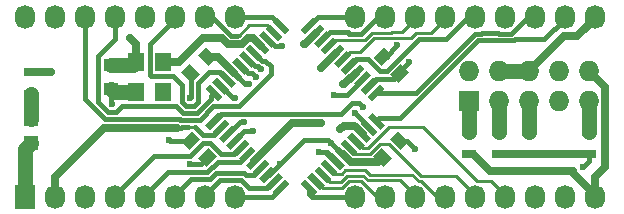
<source format=gtl>
G04 #@! TF.FileFunction,Copper,L1,Top,Signal*
%FSLAX46Y46*%
G04 Gerber Fmt 4.6, Leading zero omitted, Abs format (unit mm)*
G04 Created by KiCad (PCBNEW (2015-08-16 BZR 6097, Git b384c94)-product) date 11/17/2015 9:28:50 PM*
%MOMM*%
G01*
G04 APERTURE LIST*
%ADD10C,0.100000*%
%ADD11R,1.727200X1.727200*%
%ADD12O,1.727200X1.727200*%
%ADD13R,1.400000X1.600000*%
%ADD14R,1.250000X1.000000*%
%ADD15R,1.300000X0.700000*%
%ADD16R,1.198880X1.198880*%
%ADD17O,1.727200X2.032000*%
%ADD18R,1.727200X2.032000*%
%ADD19C,0.600000*%
%ADD20C,0.381000*%
%ADD21C,0.635000*%
%ADD22C,1.270000*%
%ADD23C,0.254000*%
G04 APERTURE END LIST*
D10*
D11*
X149352000Y-87884000D03*
D12*
X149352000Y-85344000D03*
X151892000Y-87884000D03*
X151892000Y-85344000D03*
X154432000Y-87884000D03*
X154432000Y-85344000D03*
X156972000Y-87884000D03*
X156972000Y-85344000D03*
X159512000Y-87884000D03*
X159512000Y-85344000D03*
D13*
X123424000Y-87102000D03*
X121174000Y-87102000D03*
X123424000Y-84602000D03*
X121174000Y-84602000D03*
D10*
G36*
X127425188Y-90318866D02*
X127036280Y-89929958D01*
X128096940Y-88869298D01*
X128485848Y-89258206D01*
X127425188Y-90318866D01*
X127425188Y-90318866D01*
G37*
G36*
X127990874Y-90884551D02*
X127601966Y-90495643D01*
X128662626Y-89434983D01*
X129051534Y-89823891D01*
X127990874Y-90884551D01*
X127990874Y-90884551D01*
G37*
G36*
X128556559Y-91450236D02*
X128167651Y-91061328D01*
X129228311Y-90000668D01*
X129617219Y-90389576D01*
X128556559Y-91450236D01*
X128556559Y-91450236D01*
G37*
G36*
X129122244Y-92015922D02*
X128733336Y-91627014D01*
X129793996Y-90566354D01*
X130182904Y-90955262D01*
X129122244Y-92015922D01*
X129122244Y-92015922D01*
G37*
G36*
X129687930Y-92581607D02*
X129299022Y-92192699D01*
X130359682Y-91132039D01*
X130748590Y-91520947D01*
X129687930Y-92581607D01*
X129687930Y-92581607D01*
G37*
G36*
X130253615Y-93147293D02*
X129864707Y-92758385D01*
X130925367Y-91697725D01*
X131314275Y-92086633D01*
X130253615Y-93147293D01*
X130253615Y-93147293D01*
G37*
G36*
X130819301Y-93712978D02*
X130430393Y-93324070D01*
X131491053Y-92263410D01*
X131879961Y-92652318D01*
X130819301Y-93712978D01*
X130819301Y-93712978D01*
G37*
G36*
X131384986Y-94278664D02*
X130996078Y-93889756D01*
X132056738Y-92829096D01*
X132445646Y-93218004D01*
X131384986Y-94278664D01*
X131384986Y-94278664D01*
G37*
G36*
X131950672Y-94844349D02*
X131561764Y-94455441D01*
X132622424Y-93394781D01*
X133011332Y-93783689D01*
X131950672Y-94844349D01*
X131950672Y-94844349D01*
G37*
G36*
X132516357Y-95410034D02*
X132127449Y-95021126D01*
X133188109Y-93960466D01*
X133577017Y-94349374D01*
X132516357Y-95410034D01*
X132516357Y-95410034D01*
G37*
G36*
X133082042Y-95975720D02*
X132693134Y-95586812D01*
X133753794Y-94526152D01*
X134142702Y-94915060D01*
X133082042Y-95975720D01*
X133082042Y-95975720D01*
G37*
G36*
X136546866Y-95586812D02*
X136157958Y-95975720D01*
X135097298Y-94915060D01*
X135486206Y-94526152D01*
X136546866Y-95586812D01*
X136546866Y-95586812D01*
G37*
G36*
X137112551Y-95021126D02*
X136723643Y-95410034D01*
X135662983Y-94349374D01*
X136051891Y-93960466D01*
X137112551Y-95021126D01*
X137112551Y-95021126D01*
G37*
G36*
X137678236Y-94455441D02*
X137289328Y-94844349D01*
X136228668Y-93783689D01*
X136617576Y-93394781D01*
X137678236Y-94455441D01*
X137678236Y-94455441D01*
G37*
G36*
X138243922Y-93889756D02*
X137855014Y-94278664D01*
X136794354Y-93218004D01*
X137183262Y-92829096D01*
X138243922Y-93889756D01*
X138243922Y-93889756D01*
G37*
G36*
X138809607Y-93324070D02*
X138420699Y-93712978D01*
X137360039Y-92652318D01*
X137748947Y-92263410D01*
X138809607Y-93324070D01*
X138809607Y-93324070D01*
G37*
G36*
X139375293Y-92758385D02*
X138986385Y-93147293D01*
X137925725Y-92086633D01*
X138314633Y-91697725D01*
X139375293Y-92758385D01*
X139375293Y-92758385D01*
G37*
G36*
X139940978Y-92192699D02*
X139552070Y-92581607D01*
X138491410Y-91520947D01*
X138880318Y-91132039D01*
X139940978Y-92192699D01*
X139940978Y-92192699D01*
G37*
G36*
X140506664Y-91627014D02*
X140117756Y-92015922D01*
X139057096Y-90955262D01*
X139446004Y-90566354D01*
X140506664Y-91627014D01*
X140506664Y-91627014D01*
G37*
G36*
X141072349Y-91061328D02*
X140683441Y-91450236D01*
X139622781Y-90389576D01*
X140011689Y-90000668D01*
X141072349Y-91061328D01*
X141072349Y-91061328D01*
G37*
G36*
X141638034Y-90495643D02*
X141249126Y-90884551D01*
X140188466Y-89823891D01*
X140577374Y-89434983D01*
X141638034Y-90495643D01*
X141638034Y-90495643D01*
G37*
G36*
X142203720Y-89929958D02*
X141814812Y-90318866D01*
X140754152Y-89258206D01*
X141143060Y-88869298D01*
X142203720Y-89929958D01*
X142203720Y-89929958D01*
G37*
G36*
X141143060Y-87914702D02*
X140754152Y-87525794D01*
X141814812Y-86465134D01*
X142203720Y-86854042D01*
X141143060Y-87914702D01*
X141143060Y-87914702D01*
G37*
G36*
X140577374Y-87349017D02*
X140188466Y-86960109D01*
X141249126Y-85899449D01*
X141638034Y-86288357D01*
X140577374Y-87349017D01*
X140577374Y-87349017D01*
G37*
G36*
X140011689Y-86783332D02*
X139622781Y-86394424D01*
X140683441Y-85333764D01*
X141072349Y-85722672D01*
X140011689Y-86783332D01*
X140011689Y-86783332D01*
G37*
G36*
X139446004Y-86217646D02*
X139057096Y-85828738D01*
X140117756Y-84768078D01*
X140506664Y-85156986D01*
X139446004Y-86217646D01*
X139446004Y-86217646D01*
G37*
G36*
X138880318Y-85651961D02*
X138491410Y-85263053D01*
X139552070Y-84202393D01*
X139940978Y-84591301D01*
X138880318Y-85651961D01*
X138880318Y-85651961D01*
G37*
G36*
X138314633Y-85086275D02*
X137925725Y-84697367D01*
X138986385Y-83636707D01*
X139375293Y-84025615D01*
X138314633Y-85086275D01*
X138314633Y-85086275D01*
G37*
G36*
X137748947Y-84520590D02*
X137360039Y-84131682D01*
X138420699Y-83071022D01*
X138809607Y-83459930D01*
X137748947Y-84520590D01*
X137748947Y-84520590D01*
G37*
G36*
X137183262Y-83954904D02*
X136794354Y-83565996D01*
X137855014Y-82505336D01*
X138243922Y-82894244D01*
X137183262Y-83954904D01*
X137183262Y-83954904D01*
G37*
G36*
X136617576Y-83389219D02*
X136228668Y-83000311D01*
X137289328Y-81939651D01*
X137678236Y-82328559D01*
X136617576Y-83389219D01*
X136617576Y-83389219D01*
G37*
G36*
X136051891Y-82823534D02*
X135662983Y-82434626D01*
X136723643Y-81373966D01*
X137112551Y-81762874D01*
X136051891Y-82823534D01*
X136051891Y-82823534D01*
G37*
G36*
X135486206Y-82257848D02*
X135097298Y-81868940D01*
X136157958Y-80808280D01*
X136546866Y-81197188D01*
X135486206Y-82257848D01*
X135486206Y-82257848D01*
G37*
G36*
X134142702Y-81868940D02*
X133753794Y-82257848D01*
X132693134Y-81197188D01*
X133082042Y-80808280D01*
X134142702Y-81868940D01*
X134142702Y-81868940D01*
G37*
G36*
X133577017Y-82434626D02*
X133188109Y-82823534D01*
X132127449Y-81762874D01*
X132516357Y-81373966D01*
X133577017Y-82434626D01*
X133577017Y-82434626D01*
G37*
G36*
X133011332Y-83000311D02*
X132622424Y-83389219D01*
X131561764Y-82328559D01*
X131950672Y-81939651D01*
X133011332Y-83000311D01*
X133011332Y-83000311D01*
G37*
G36*
X132445646Y-83565996D02*
X132056738Y-83954904D01*
X130996078Y-82894244D01*
X131384986Y-82505336D01*
X132445646Y-83565996D01*
X132445646Y-83565996D01*
G37*
G36*
X131879961Y-84131682D02*
X131491053Y-84520590D01*
X130430393Y-83459930D01*
X130819301Y-83071022D01*
X131879961Y-84131682D01*
X131879961Y-84131682D01*
G37*
G36*
X131314275Y-84697367D02*
X130925367Y-85086275D01*
X129864707Y-84025615D01*
X130253615Y-83636707D01*
X131314275Y-84697367D01*
X131314275Y-84697367D01*
G37*
G36*
X130748590Y-85263053D02*
X130359682Y-85651961D01*
X129299022Y-84591301D01*
X129687930Y-84202393D01*
X130748590Y-85263053D01*
X130748590Y-85263053D01*
G37*
G36*
X130182904Y-85828738D02*
X129793996Y-86217646D01*
X128733336Y-85156986D01*
X129122244Y-84768078D01*
X130182904Y-85828738D01*
X130182904Y-85828738D01*
G37*
G36*
X129617219Y-86394424D02*
X129228311Y-86783332D01*
X128167651Y-85722672D01*
X128556559Y-85333764D01*
X129617219Y-86394424D01*
X129617219Y-86394424D01*
G37*
G36*
X129051534Y-86960109D02*
X128662626Y-87349017D01*
X127601966Y-86288357D01*
X127990874Y-85899449D01*
X129051534Y-86960109D01*
X129051534Y-86960109D01*
G37*
G36*
X128485848Y-87525794D02*
X128096940Y-87914702D01*
X127036280Y-86854042D01*
X127425188Y-86465134D01*
X128485848Y-87525794D01*
X128485848Y-87525794D01*
G37*
G36*
X141245398Y-84217281D02*
X142129281Y-83333398D01*
X142836388Y-84040505D01*
X141952505Y-84924388D01*
X141245398Y-84217281D01*
X141245398Y-84217281D01*
G37*
G36*
X142659612Y-85631495D02*
X143543495Y-84747612D01*
X144250602Y-85454719D01*
X143366719Y-86338602D01*
X142659612Y-85631495D01*
X142659612Y-85631495D01*
G37*
G36*
X142129281Y-93450602D02*
X141245398Y-92566719D01*
X141952505Y-91859612D01*
X142836388Y-92743495D01*
X142129281Y-93450602D01*
X142129281Y-93450602D01*
G37*
G36*
X143543495Y-92036388D02*
X142659612Y-91152505D01*
X143366719Y-90445398D01*
X144250602Y-91329281D01*
X143543495Y-92036388D01*
X143543495Y-92036388D01*
G37*
D14*
X118999000Y-84852000D03*
X118999000Y-86852000D03*
D10*
G36*
X127994602Y-92566719D02*
X127110719Y-93450602D01*
X126403612Y-92743495D01*
X127287495Y-91859612D01*
X127994602Y-92566719D01*
X127994602Y-92566719D01*
G37*
G36*
X126580388Y-91152505D02*
X125696505Y-92036388D01*
X124989398Y-91329281D01*
X125873281Y-90445398D01*
X126580388Y-91152505D01*
X126580388Y-91152505D01*
G37*
G36*
X127110719Y-83333398D02*
X127994602Y-84217281D01*
X127287495Y-84924388D01*
X126403612Y-84040505D01*
X127110719Y-83333398D01*
X127110719Y-83333398D01*
G37*
G36*
X125696505Y-84747612D02*
X126580388Y-85631495D01*
X125873281Y-86338602D01*
X124989398Y-85454719D01*
X125696505Y-84747612D01*
X125696505Y-84747612D01*
G37*
D15*
X112268000Y-85410000D03*
X112268000Y-87310000D03*
X149352000Y-90490000D03*
X149352000Y-92390000D03*
X151892000Y-90490000D03*
X151892000Y-92390000D03*
X154432000Y-90490000D03*
X154432000Y-92390000D03*
X159512000Y-90490000D03*
X159512000Y-92390000D03*
D16*
X112268000Y-91473020D03*
X112268000Y-89374980D03*
D17*
X139700000Y-80772000D03*
X111760000Y-80772000D03*
X114300000Y-80772000D03*
X116840000Y-80772000D03*
X119380000Y-80772000D03*
X121920000Y-80772000D03*
X124460000Y-80772000D03*
X127000000Y-80772000D03*
X129540000Y-80772000D03*
X144780000Y-80772000D03*
X147320000Y-80772000D03*
X149860000Y-80772000D03*
X152400000Y-80772000D03*
X154940000Y-80772000D03*
X157480000Y-80772000D03*
X160020000Y-80772000D03*
X142240000Y-80772000D03*
X139700000Y-96012000D03*
D18*
X111760000Y-96012000D03*
D17*
X114300000Y-96012000D03*
X116840000Y-96012000D03*
X119380000Y-96012000D03*
X121920000Y-96012000D03*
X124460000Y-96012000D03*
X127000000Y-96012000D03*
X129540000Y-96012000D03*
X144780000Y-96012000D03*
X147320000Y-96012000D03*
X149860000Y-96012000D03*
X152400000Y-96012000D03*
X154940000Y-96012000D03*
X157480000Y-96012000D03*
X160020000Y-96012000D03*
X142240000Y-96012000D03*
D19*
X125730000Y-93218000D03*
X137668000Y-91440000D03*
X133350000Y-93218000D03*
X130752306Y-86417694D03*
X159004000Y-93472000D03*
X120650000Y-82550000D03*
X136779000Y-85090000D03*
X143256000Y-83185000D03*
X136652000Y-92202000D03*
X131064000Y-90424000D03*
X123952000Y-91186000D03*
X133525509Y-83272967D03*
X119126000Y-88138000D03*
X144780000Y-91948000D03*
X144272000Y-84582000D03*
X125730000Y-87630000D03*
X113919000Y-85471000D03*
X138684000Y-86487000D03*
X135382000Y-83058000D03*
X136779000Y-89789000D03*
X140353081Y-88367295D03*
X130302000Y-89683552D03*
X138430000Y-90297000D03*
X139700000Y-88900000D03*
X137922000Y-87376000D03*
X131776423Y-85161480D03*
X131318000Y-85852000D03*
X129540000Y-87630000D03*
D20*
X127199107Y-92655107D02*
X126636214Y-93218000D01*
X126636214Y-93218000D02*
X125730000Y-93218000D01*
X133350000Y-93218000D02*
X135382000Y-91186000D01*
X138650509Y-92422509D02*
X137668000Y-91440000D01*
X133350000Y-93218000D02*
X132448435Y-94119565D01*
X137414000Y-91186000D02*
X137668000Y-91440000D01*
X135382000Y-91186000D02*
X137414000Y-91186000D01*
X132286548Y-94119565D02*
X132448435Y-94119565D01*
X130382952Y-86417694D02*
X130752306Y-86417694D01*
X129458120Y-85492862D02*
X130382952Y-86417694D01*
X159512000Y-92390000D02*
X159512000Y-92964000D01*
X159512000Y-92964000D02*
X159004000Y-93472000D01*
X132286548Y-94119565D02*
X132286548Y-94027452D01*
D21*
X121174000Y-84602000D02*
X121174000Y-83074000D01*
X121174000Y-83074000D02*
X120650000Y-82550000D01*
X138084823Y-83795806D02*
X136790629Y-85090000D01*
X136790629Y-85090000D02*
X136779000Y-85090000D01*
D20*
X142040893Y-84128893D02*
X142312107Y-84128893D01*
X142312107Y-84128893D02*
X143256000Y-83185000D01*
X142040893Y-84128893D02*
X142439107Y-84128893D01*
D21*
X160020000Y-80772000D02*
X160020000Y-80924400D01*
X160020000Y-80924400D02*
X158521400Y-82423000D01*
X158521400Y-82423000D02*
X157353000Y-82423000D01*
X157353000Y-82423000D02*
X155295599Y-84480401D01*
X155295599Y-84480401D02*
X154432000Y-85344000D01*
X151892000Y-92390000D02*
X154432000Y-92390000D01*
X159512000Y-92390000D02*
X154432000Y-92390000D01*
D22*
X111760000Y-96012000D02*
X111760000Y-91981020D01*
X111760000Y-91981020D02*
X112268000Y-91473020D01*
X118999000Y-84852000D02*
X120924000Y-84852000D01*
X120924000Y-84852000D02*
X121174000Y-84602000D01*
X151892000Y-85344000D02*
X154432000Y-85344000D01*
D21*
X138650509Y-92422509D02*
X139327117Y-93099117D01*
X139327117Y-93099117D02*
X141596883Y-93099117D01*
X141596883Y-93099117D02*
X141616630Y-93079370D01*
X141616630Y-93079370D02*
X142040893Y-92655107D01*
X129458120Y-85492862D02*
X128094151Y-84128893D01*
X128094151Y-84128893D02*
X127199107Y-84128893D01*
D20*
X137076264Y-92202000D02*
X136652000Y-92202000D01*
X137298629Y-92202000D02*
X137076264Y-92202000D01*
X138084823Y-92988194D02*
X137298629Y-92202000D01*
X137160000Y-92202000D02*
X137076264Y-92202000D01*
X137946194Y-92988194D02*
X137160000Y-92202000D01*
X129458120Y-91291138D02*
X130325258Y-90424000D01*
X130325258Y-90424000D02*
X131064000Y-90424000D01*
X125784893Y-91240893D02*
X124006893Y-91240893D01*
X124006893Y-91240893D02*
X123952000Y-91186000D01*
X132895080Y-83272967D02*
X133101245Y-83272967D01*
X132286548Y-82664435D02*
X132895080Y-83272967D01*
X133101245Y-83272967D02*
X133525509Y-83272967D01*
X118999000Y-86852000D02*
X118999000Y-88011000D01*
X118999000Y-88011000D02*
X119126000Y-88138000D01*
X143455107Y-91240893D02*
X144072893Y-91240893D01*
X144072893Y-91240893D02*
X144780000Y-91948000D01*
X143455107Y-85543107D02*
X143455107Y-85398893D01*
X143455107Y-85398893D02*
X144272000Y-84582000D01*
X129458120Y-91291138D02*
X129458120Y-91267880D01*
X125784893Y-85543107D02*
X125784893Y-87575107D01*
X125784893Y-87575107D02*
X125730000Y-87630000D01*
D21*
X112268000Y-85410000D02*
X113858000Y-85410000D01*
X113858000Y-85410000D02*
X113919000Y-85471000D01*
D20*
X140913250Y-86624233D02*
X141514290Y-86023193D01*
X141514290Y-86023193D02*
X142975021Y-86023193D01*
X142975021Y-86023193D02*
X143455107Y-85543107D01*
D21*
X159512000Y-85344000D02*
X160893101Y-86725101D01*
X160893101Y-86725101D02*
X160893101Y-93487899D01*
X160893101Y-93487899D02*
X160020000Y-94361000D01*
X160020000Y-94361000D02*
X160020000Y-96012000D01*
X158115000Y-93853000D02*
X158115000Y-93954600D01*
X158115000Y-93954600D02*
X160020000Y-95859600D01*
X160020000Y-95859600D02*
X160020000Y-96012000D01*
X151115000Y-93853000D02*
X158115000Y-93853000D01*
X149352000Y-92390000D02*
X149652000Y-92390000D01*
X149652000Y-92390000D02*
X151115000Y-93853000D01*
D22*
X121174000Y-87102000D02*
X119249000Y-87102000D01*
X119249000Y-87102000D02*
X118999000Y-86852000D01*
D21*
X138684000Y-86487000D02*
X138787742Y-86487000D01*
X138787742Y-86487000D02*
X139781880Y-85492862D01*
D22*
X149352000Y-87884000D02*
X149352000Y-90490000D01*
D21*
X135382000Y-83058000D02*
X135428517Y-83058000D01*
X135428517Y-83058000D02*
X136387767Y-82098750D01*
D22*
X151892000Y-87884000D02*
X151892000Y-90490000D01*
D21*
X131155177Y-92988194D02*
X134354371Y-89789000D01*
X134354371Y-89789000D02*
X136779000Y-89789000D01*
D22*
X154432000Y-90490000D02*
X154432000Y-87884000D01*
D20*
X127761064Y-89594082D02*
X128362104Y-88993042D01*
X128362104Y-88993042D02*
X138478681Y-88993042D01*
X138478681Y-88993042D02*
X139404427Y-88067296D01*
X139404427Y-88067296D02*
X140053082Y-88067296D01*
X140053082Y-88067296D02*
X140353081Y-88367295D01*
D22*
X159512000Y-90490000D02*
X159512000Y-87884000D01*
D21*
X124759000Y-84602000D02*
X123424000Y-84602000D01*
X126807488Y-82553512D02*
X124759000Y-84602000D01*
X130604941Y-82553512D02*
X130090942Y-83067511D01*
X128394257Y-82553512D02*
X126807488Y-82553512D01*
X128908255Y-83067511D02*
X128394257Y-82553512D01*
X130090942Y-83067511D02*
X128908255Y-83067511D01*
X131044254Y-82553512D02*
X130604941Y-82553512D01*
X131720862Y-83230120D02*
X131044254Y-82553512D01*
D23*
X125582472Y-90063529D02*
X125877529Y-90063529D01*
X125877529Y-90063529D02*
X126131529Y-90063529D01*
D20*
X125074472Y-90063529D02*
X125582472Y-90063529D01*
X124623966Y-90190528D02*
X124947472Y-90190528D01*
X124947472Y-90190528D02*
X125074472Y-90063529D01*
D21*
X114300000Y-96012000D02*
X114300000Y-94361000D01*
X114300000Y-94361000D02*
X118470472Y-90190528D01*
X118470472Y-90190528D02*
X124623966Y-90190528D01*
D20*
X128326750Y-90159767D02*
X127725710Y-90760807D01*
X127725710Y-90760807D02*
X126828807Y-90760807D01*
X126828807Y-90760807D02*
X126131529Y-90063529D01*
X114300000Y-95859600D02*
X114300000Y-96012000D01*
X128892435Y-90725452D02*
X129934335Y-89683552D01*
X129934335Y-89683552D02*
X130302000Y-89683552D01*
X119380000Y-95859600D02*
X119380000Y-96012000D01*
X122712101Y-92527499D02*
X119380000Y-95859600D01*
X126816056Y-91469102D02*
X125757659Y-92527499D01*
X127449252Y-91469102D02*
X126816056Y-91469102D01*
X128386582Y-92406432D02*
X127449252Y-91469102D01*
X129474197Y-92406432D02*
X128386582Y-92406432D01*
X130023806Y-91856823D02*
X129474197Y-92406432D01*
X125757659Y-92527499D02*
X122712101Y-92527499D01*
X123871099Y-93908501D02*
X121920000Y-95859600D01*
X121920000Y-95859600D02*
X121920000Y-96012000D01*
X127205085Y-93908501D02*
X123871099Y-93908501D01*
X128090037Y-93023549D02*
X127205085Y-93908501D01*
X130589491Y-92422509D02*
X129988451Y-93023549D01*
X129988451Y-93023549D02*
X128090037Y-93023549D01*
X127910778Y-94024480D02*
X127445747Y-94489511D01*
X131119822Y-94154920D02*
X130430571Y-94154920D01*
X124460000Y-95859600D02*
X124460000Y-96012000D01*
X130300131Y-94024480D02*
X127910778Y-94024480D01*
X130430571Y-94154920D02*
X130300131Y-94024480D01*
X131720862Y-93553880D02*
X131119822Y-94154920D01*
X125830089Y-94489511D02*
X124460000Y-95859600D01*
X127445747Y-94489511D02*
X125830089Y-94489511D01*
D23*
X140771822Y-91892178D02*
X142545612Y-90118388D01*
X142545612Y-90118388D02*
X145491786Y-90118388D01*
X145491786Y-90118388D02*
X150042388Y-94668990D01*
X150042388Y-94668990D02*
X151209390Y-94668990D01*
X151209390Y-94668990D02*
X152400000Y-95859600D01*
X152400000Y-95859600D02*
X152400000Y-96012000D01*
X140382920Y-91892178D02*
X140771822Y-91892178D01*
X139781880Y-91291138D02*
X140382920Y-91892178D01*
D20*
X133417918Y-95250936D02*
X132656854Y-96012000D01*
X132656854Y-96012000D02*
X129540000Y-96012000D01*
X135822082Y-95250936D02*
X135822082Y-95739844D01*
X135822082Y-95739844D02*
X136094238Y-96012000D01*
X136094238Y-96012000D02*
X138455400Y-96012000D01*
X138455400Y-96012000D02*
X139700000Y-96012000D01*
D23*
X138932267Y-94948008D02*
X139211284Y-94668990D01*
X136988807Y-95286290D02*
X138589534Y-95286290D01*
X138927816Y-94948008D02*
X138932267Y-94948008D01*
X140193166Y-94668990D02*
X141536176Y-96012000D01*
X136387767Y-94685250D02*
X136988807Y-95286290D01*
X141536176Y-96012000D02*
X142240000Y-96012000D01*
X138589534Y-95286290D02*
X138927816Y-94948008D01*
X139211284Y-94668990D02*
X140193166Y-94668990D01*
X138513153Y-94720605D02*
X138739760Y-94493998D01*
X144780000Y-95859600D02*
X144780000Y-96012000D01*
X143529330Y-94608930D02*
X144780000Y-95859600D01*
X139023227Y-94214980D02*
X140381223Y-94214980D01*
X138744210Y-94493998D02*
X139023227Y-94214980D01*
X138739760Y-94493998D02*
X138744210Y-94493998D01*
X136953452Y-94119565D02*
X137554492Y-94720605D01*
X140775171Y-94608930D02*
X143529330Y-94608930D01*
X137554492Y-94720605D02*
X138513153Y-94720605D01*
X140381223Y-94214980D02*
X140775171Y-94608930D01*
D20*
X136953452Y-94119565D02*
X137045565Y-94119565D01*
D23*
X146616176Y-96012000D02*
X147320000Y-96012000D01*
X145273166Y-94668990D02*
X146616176Y-96012000D01*
X144557497Y-94154920D02*
X145071567Y-94668990D01*
X145071567Y-94668990D02*
X145273166Y-94668990D01*
X140963227Y-94154920D02*
X144557497Y-94154920D01*
X137519138Y-93553880D02*
X138005246Y-94039988D01*
X138556153Y-94039988D02*
X138835178Y-93760963D01*
X140569281Y-93760972D02*
X140963227Y-94154920D01*
X138005246Y-94039988D02*
X138556153Y-94039988D01*
X138835178Y-93760963D02*
X140569281Y-93760972D01*
X145259624Y-94214980D02*
X148215380Y-94214980D01*
X142577246Y-91532602D02*
X145259624Y-94214980D01*
X148215380Y-94214980D02*
X149860000Y-95859600D01*
X141817052Y-91532602D02*
X142577246Y-91532602D01*
X141003466Y-92346188D02*
X141817052Y-91532602D01*
X139705559Y-92346188D02*
X141003466Y-92346188D01*
X139216194Y-91856823D02*
X139705559Y-92346188D01*
X149860000Y-95859600D02*
X149860000Y-96012000D01*
D21*
X138430000Y-90297000D02*
X138729999Y-89997001D01*
X138729999Y-89997001D02*
X139619114Y-89997001D01*
X139619114Y-89997001D02*
X139746525Y-90124412D01*
X139746525Y-90124412D02*
X140347565Y-90725452D01*
D20*
X140913250Y-90159767D02*
X140913250Y-90113250D01*
X140913250Y-90113250D02*
X139700000Y-88900000D01*
X153242651Y-82677000D02*
X155727400Y-82677000D01*
X155727400Y-82677000D02*
X157480000Y-80924400D01*
X157480000Y-80924400D02*
X157480000Y-80772000D01*
X143511012Y-89328918D02*
X150080410Y-82759520D01*
X141478936Y-89594082D02*
X141744100Y-89328918D01*
X141744100Y-89328918D02*
X143511012Y-89328918D01*
X150080410Y-82759520D02*
X153160131Y-82759520D01*
X153160131Y-82759520D02*
X153242651Y-82677000D01*
X154325979Y-80772000D02*
X154940000Y-80772000D01*
X152919469Y-82178510D02*
X154325979Y-80772000D01*
X151880531Y-82178510D02*
X152919469Y-82178510D01*
X151798011Y-82095990D02*
X151880531Y-82178510D01*
X150461989Y-82095990D02*
X151798011Y-82095990D01*
X144828340Y-87189918D02*
X149839748Y-82178510D01*
X141478936Y-87189918D02*
X144828340Y-87189918D01*
X150379469Y-82178510D02*
X150461989Y-82095990D01*
X149839748Y-82178510D02*
X150379469Y-82178510D01*
X140347565Y-86058548D02*
X139030113Y-87376000D01*
X139030113Y-87376000D02*
X137922000Y-87376000D01*
X139216194Y-84927177D02*
X139817234Y-84326137D01*
X139817234Y-84326137D02*
X140801987Y-84326137D01*
X140801987Y-84326137D02*
X141790748Y-85314898D01*
X141790748Y-85314898D02*
X142423944Y-85314898D01*
X142423944Y-85314898D02*
X145106322Y-82632520D01*
X145106322Y-82632520D02*
X147385459Y-82632520D01*
X147385459Y-82632520D02*
X149245979Y-80772000D01*
X149245979Y-80772000D02*
X149860000Y-80772000D01*
D23*
X144891964Y-82115010D02*
X146129390Y-82115010D01*
X146129390Y-82115010D02*
X147320000Y-80924400D01*
X147320000Y-80924400D02*
X147320000Y-80772000D01*
X140133483Y-83760451D02*
X141324914Y-82569020D01*
X139251549Y-83760451D02*
X140133483Y-83760451D01*
X141324914Y-82569020D02*
X142944018Y-82569020D01*
X142944018Y-82569020D02*
X142955039Y-82557999D01*
X142955039Y-82557999D02*
X144448975Y-82557999D01*
X144448975Y-82557999D02*
X144891964Y-82115010D01*
X138650509Y-84361491D02*
X139251549Y-83760451D01*
X144780000Y-80924400D02*
X144780000Y-80772000D01*
X137519138Y-83230120D02*
X138053238Y-82696020D01*
X138053238Y-82696020D02*
X140555848Y-82696020D01*
X140555848Y-82696020D02*
X141136857Y-82115010D01*
X143662400Y-82042000D02*
X144780000Y-80924400D01*
X142828971Y-82042000D02*
X143662400Y-82042000D01*
X142755961Y-82115010D02*
X142828971Y-82042000D01*
X141136857Y-82115010D02*
X142755961Y-82115010D01*
D20*
X141625979Y-80772000D02*
X142240000Y-80772000D01*
X139180531Y-82178510D02*
X140219469Y-82178510D01*
X140219469Y-82178510D02*
X141625979Y-80772000D01*
X139065416Y-82063395D02*
X139180531Y-82178510D01*
X136953452Y-82664435D02*
X137554492Y-82063395D01*
X137554492Y-82063395D02*
X139065416Y-82063395D01*
X136583146Y-80772000D02*
X138455400Y-80772000D01*
X135822082Y-81533064D02*
X136583146Y-80772000D01*
X138455400Y-80772000D02*
X139700000Y-80772000D01*
X133417918Y-81533064D02*
X132656854Y-80772000D01*
X132656854Y-80772000D02*
X129540000Y-80772000D01*
D23*
X132251193Y-81497710D02*
X132852233Y-82098750D01*
X130749269Y-81497710D02*
X132251193Y-81497710D01*
X129887478Y-82359501D02*
X130749269Y-81497710D01*
X129730501Y-82359501D02*
X129887478Y-82359501D01*
D20*
X129201522Y-82359501D02*
X129730501Y-82359501D01*
X127000000Y-80772000D02*
X127614021Y-80772000D01*
X127614021Y-80772000D02*
X129201522Y-82359501D01*
X116840000Y-82169000D02*
X116840000Y-80772000D01*
X126542764Y-89482520D02*
X124917233Y-89482519D01*
X132574195Y-84954865D02*
X132574195Y-85617747D01*
X116840000Y-87695614D02*
X116840000Y-82169000D01*
X129871441Y-88320501D02*
X127704783Y-88320501D01*
X124917233Y-89482519D02*
X124844224Y-89409510D01*
X132574195Y-85617747D02*
X129871441Y-88320501D01*
X132090309Y-84470979D02*
X132574195Y-84954865D01*
X131830350Y-84470979D02*
X132090309Y-84470979D01*
X131155177Y-83795806D02*
X131830350Y-84470979D01*
X118553896Y-89409510D02*
X116840000Y-87695614D01*
X124844224Y-89409510D02*
X118553896Y-89409510D01*
X127704783Y-88320501D02*
X126542764Y-89482520D01*
X131190531Y-84962531D02*
X131444531Y-84962531D01*
X130589491Y-84361491D02*
X131190531Y-84962531D01*
X131643480Y-85161480D02*
X131776423Y-85161480D01*
X131444531Y-84962531D02*
X131643480Y-85161480D01*
X130624846Y-85528217D02*
X130994217Y-85528217D01*
X130994217Y-85528217D02*
X131318000Y-85852000D01*
X130023806Y-84927177D02*
X130624846Y-85528217D01*
X122333499Y-83050901D02*
X124460000Y-80924400D01*
X122333499Y-85714401D02*
X122333499Y-83050901D01*
X122411599Y-85792501D02*
X122333499Y-85714401D01*
X124317403Y-85792501D02*
X122411599Y-85792501D01*
X126420501Y-87961441D02*
X126061441Y-88320501D01*
X125039499Y-86514597D02*
X124317403Y-85792501D01*
X125398559Y-88320501D02*
X125039499Y-87961441D01*
X126420501Y-86343649D02*
X126420501Y-87961441D01*
X128291395Y-85457508D02*
X127306642Y-85457508D01*
X124460000Y-80924400D02*
X124460000Y-80772000D01*
X128892435Y-86058548D02*
X128291395Y-85457508D01*
X127306642Y-85457508D02*
X126420501Y-86343649D01*
X125039499Y-87961441D02*
X125039499Y-86514597D01*
X126061441Y-88320501D02*
X125398559Y-88320501D01*
X128326750Y-86624233D02*
X129332517Y-87630000D01*
X129332517Y-87630000D02*
X129540000Y-87630000D01*
X124548887Y-88292501D02*
X119993441Y-88292501D01*
X119380000Y-82169000D02*
X119380000Y-80772000D01*
X117973490Y-88007432D02*
X117973490Y-84083510D01*
X119380000Y-82677000D02*
X119380000Y-82169000D01*
X119457441Y-88828501D02*
X118794559Y-88828501D01*
X118794559Y-88828501D02*
X117973490Y-88007432D01*
X119993441Y-88292501D02*
X119457441Y-88828501D01*
X125157896Y-88901510D02*
X124548887Y-88292501D01*
X126302103Y-88901511D02*
X125157896Y-88901510D01*
X127495900Y-87707714D02*
X126302103Y-88901511D01*
X127761064Y-87189918D02*
X127495900Y-87455082D01*
X127495900Y-87455082D02*
X127495900Y-87707714D01*
X117973490Y-84083510D02*
X119380000Y-82677000D01*
D22*
X112268000Y-89374980D02*
X112268000Y-87310000D01*
D20*
X132852233Y-94685250D02*
X132251193Y-95286290D01*
X132251193Y-95286290D02*
X130740269Y-95286290D01*
X130740269Y-95286290D02*
X130059469Y-94605490D01*
X130059469Y-94605490D02*
X128254110Y-94605490D01*
X128254110Y-94605490D02*
X127000000Y-95859600D01*
X127000000Y-95859600D02*
X127000000Y-96012000D01*
M02*

</source>
